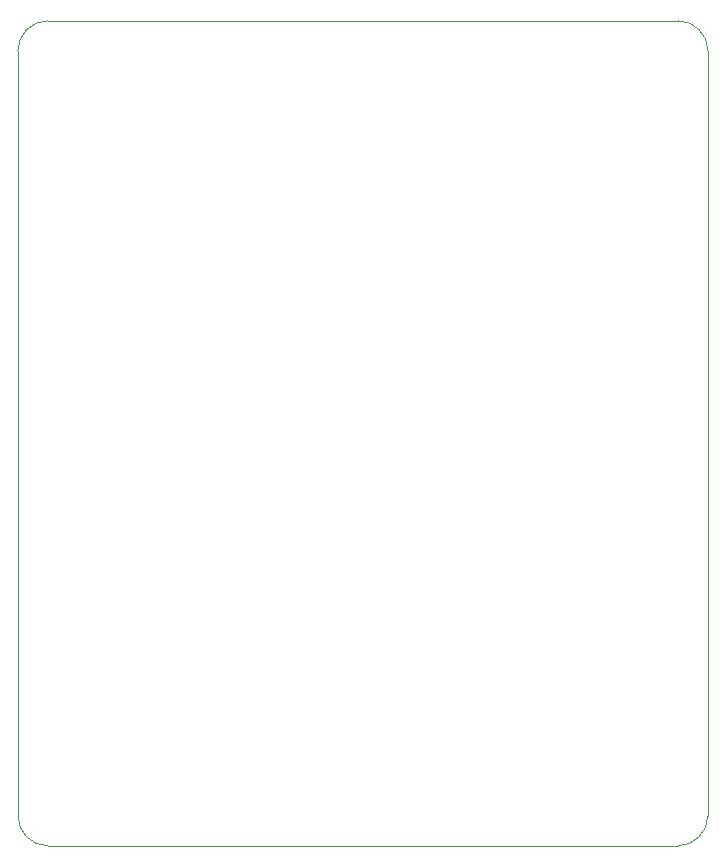
<source format=gm1>
%TF.GenerationSoftware,KiCad,Pcbnew,(6.0.7)*%
%TF.CreationDate,2022-10-18T19:39:03+02:00*%
%TF.ProjectId,15_button_controller,31355f62-7574-4746-9f6e-5f636f6e7472,rev?*%
%TF.SameCoordinates,Original*%
%TF.FileFunction,Profile,NP*%
%FSLAX46Y46*%
G04 Gerber Fmt 4.6, Leading zero omitted, Abs format (unit mm)*
G04 Created by KiCad (PCBNEW (6.0.7)) date 2022-10-18 19:39:03*
%MOMM*%
%LPD*%
G01*
G04 APERTURE LIST*
%TA.AperFunction,Profile*%
%ADD10C,0.100000*%
%TD*%
G04 APERTURE END LIST*
D10*
X120650000Y-123190000D02*
X120650000Y-58420000D01*
X120650000Y-58420000D02*
G75*
G03*
X118110000Y-55880000I-2540000J0D01*
G01*
X62230000Y-58420000D02*
X62230000Y-123190000D01*
X118110000Y-55880000D02*
X64770000Y-55880000D01*
X64770000Y-55880000D02*
G75*
G03*
X62230000Y-58420000I0J-2540000D01*
G01*
X62230000Y-123190000D02*
G75*
G03*
X64770000Y-125730000I2540000J0D01*
G01*
X64770000Y-125730000D02*
X118110000Y-125730000D01*
X118110000Y-125730000D02*
G75*
G03*
X120650000Y-123190000I0J2540000D01*
G01*
M02*

</source>
